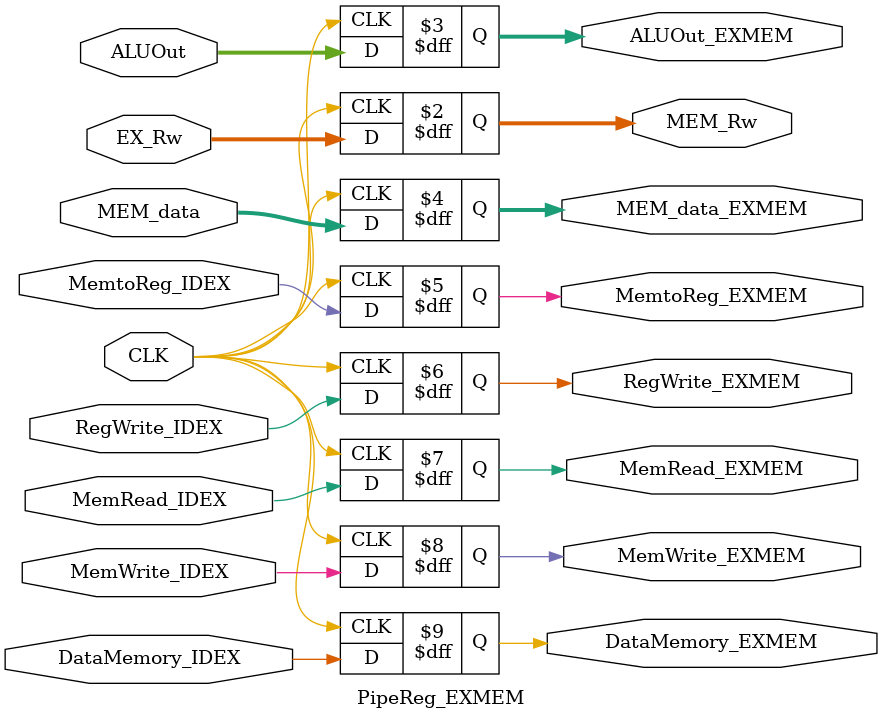
<source format=v>
module PipeReg_EXMEM(MemtoReg_EXMEM, RegWrite_EXMEM, MemRead_EXMEM, MemWrite_EXMEM, DataMemory_EXMEM, ALUOut_EXMEM, MEM_data_EXMEM, MEM_Rw,
MemtoReg_IDEX, RegWrite_IDEX, MemRead_IDEX, MemWrite_IDEX, DataMemory_IDEX, CLK, ALUOut, MEM_data, EX_Rw);

output reg [4:0] MEM_Rw;
output reg [31:0] ALUOut_EXMEM, MEM_data_EXMEM;
output reg MemtoReg_EXMEM, RegWrite_EXMEM, MemRead_EXMEM, MemWrite_EXMEM, DataMemory_EXMEM;

input [31:0] ALUOut, MEM_data;  //Data
input [4:0] EX_Rw;
input MemtoReg_IDEX, RegWrite_IDEX, MemRead_IDEX, MemWrite_IDEX, DataMemory_IDEX, CLK; //Control signals

always @(negedge CLK) begin
	ALUOut_EXMEM = ALUOut; 
	MEM_data_EXMEM = MEM_data;
	MEM_Rw = EX_Rw;
	MemRead_EXMEM = MemRead_IDEX; 
	MemWrite_EXMEM = MemWrite_IDEX;
	MemtoReg_EXMEM = MemtoReg_IDEX; 
	RegWrite_EXMEM = RegWrite_IDEX; 
	DataMemory_EXMEM = DataMemory_IDEX;
end
endmodule

</source>
